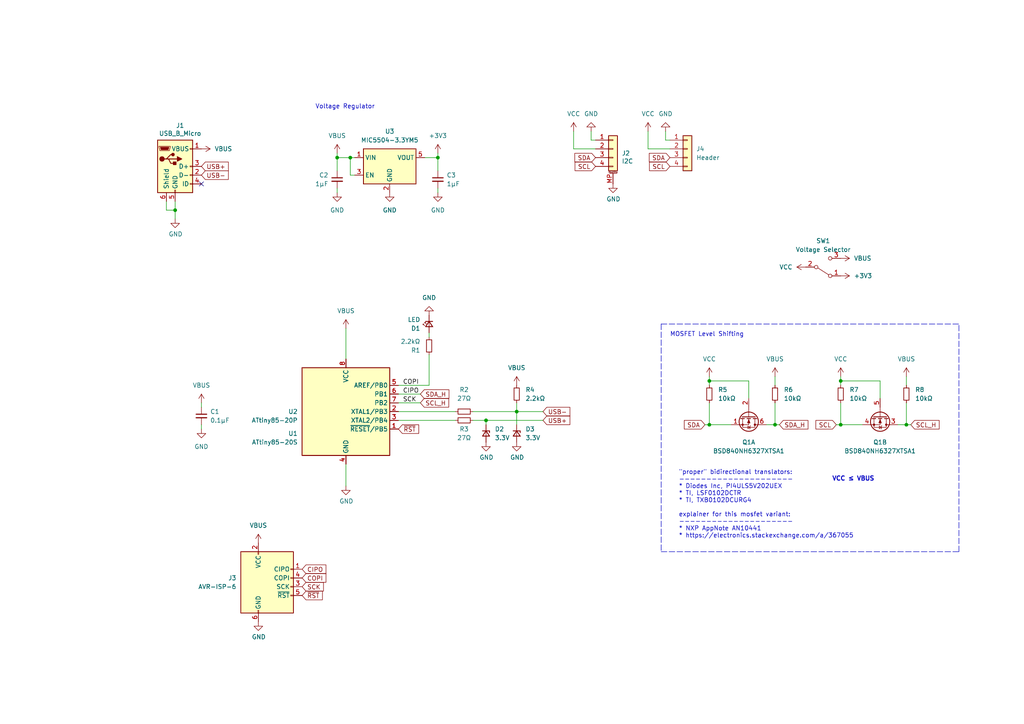
<source format=kicad_sch>
(kicad_sch (version 20211123) (generator eeschema)
  (paper "A4")
  (lib_symbols
    (symbol "Connector:AVR-ISP-6" (pin_names (offset 1.016))
      (property "Reference" "J?" (at -8.89 2.5401 0))
      (property "Value" "AVR-ISP-6" (at -8.89 0.0001 0))
      (symbol "AVR-ISP-6_0_1"
        (rectangle (start -2.667 -6.858) (end -2.413 -7.62))
        (rectangle (start -2.667 10.16) (end -2.413 9.398))
        (rectangle (start 7.62 -2.413) (end 6.858 -2.667))
        (rectangle (start 7.62 0.127) (end 6.858 -0.127))
        (rectangle (start 7.62 2.667) (end 6.858 2.413))
        (rectangle (start 7.62 5.207) (end 6.858 4.953))
        (rectangle (start 7.62 10.16) (end -7.62 -7.62) (stroke (width 0.254)) (fill (type background)))
      )
      (symbol "AVR-ISP-6_1_1"
        (pin passive line (at 10.16 5.08 180) (length 2.54) (name "CIPO") (number "1"))
        (pin passive line (at -2.54 12.7 270) (length 2.54) (name "VCC") (number "2"))
        (pin passive line (at 10.16 0 180) (length 2.54) (name "SCK") (number "3"))
        (pin passive line (at 10.16 2.54 180) (length 2.54) (name "COPI") (number "4"))
        (pin passive line (at 10.16 -2.54 180) (length 2.54) (name "~{RST}") (number "5"))
        (pin passive line (at -2.54 -10.16 90) (length 2.54) (name "GND") (number "6"))
      )
    )
    (symbol "Connector:USB_B_Micro" (pin_names (offset 1.016))
      (property "Reference" "J" (at -5.08 11.43 0))
      (property "Value" "USB_B_Micro" (at -5.08 8.89 0))
      (symbol "USB_B_Micro_0_1"
        (rectangle (start -5.08 -7.62) (end 5.08 7.62) (stroke (width 0.254)) (fill (type background)))
        (circle (center -3.81 2.159) (radius 0.635) (stroke (width 0.254)) (fill (type outline)))
        (circle (center -0.635 3.429) (radius 0.381) (stroke (width 0.254)) (fill (type outline)))
        (rectangle (start -0.127 -7.62) (end 0.127 -6.858))
        (polyline (pts (xy -1.905 2.159) (xy 0.635 2.159)) (stroke (width 0.254)))
        (polyline (pts (xy -3.175 2.159) (xy -2.54 2.159) (xy -1.27 3.429) (xy -0.635 3.429)) (stroke (width 0.254)))
        (polyline (pts (xy -2.54 2.159) (xy -1.905 2.159) (xy -1.27 0.889) (xy 0 0.889)) (stroke (width 0.254)))
        (polyline (pts (xy 0.635 2.794) (xy 0.635 1.524) (xy 1.905 2.159) (xy 0.635 2.794)) (stroke (width 0.254)) (fill (type outline)))
        (polyline (pts (xy -4.318 5.588) (xy -1.778 5.588) (xy -2.032 4.826) (xy -4.064 4.826) (xy -4.318 5.588)) (fill (type outline)))
        (polyline (pts (xy -4.699 5.842) (xy -4.699 5.588) (xy -4.445 4.826) (xy -4.445 4.572) (xy -1.651 4.572) (xy -1.651 4.826) (xy -1.397 5.588) (xy -1.397 5.842) (xy -4.699 5.842)))
        (rectangle (start 0.254 1.27) (end -0.508 0.508) (stroke (width 0.254)) (fill (type outline)))
        (rectangle (start 5.08 -5.207) (end 4.318 -4.953))
        (rectangle (start 5.08 -2.667) (end 4.318 -2.413))
        (rectangle (start 5.08 -0.127) (end 4.318 0.127))
        (rectangle (start 5.08 4.953) (end 4.318 5.207))
      )
      (symbol "USB_B_Micro_1_1"
        (pin power_out line (at 7.62 5.08 180) (length 2.54) (name "VBUS") (number "1"))
        (pin bidirectional line (at 7.62 -2.54 180) (length 2.54) (name "D-") (number "2"))
        (pin bidirectional line (at 7.62 0 180) (length 2.54) (name "D+") (number "3"))
        (pin passive line (at 7.62 -5.08 180) (length 2.54) (name "ID") (number "4"))
        (pin power_out line (at 0 -10.16 90) (length 2.54) (name "GND") (number "5"))
        (pin passive line (at -2.54 -10.16 90) (length 2.54) (name "Shield") (number "6"))
      )
    )
    (symbol "Connector_Generic:Conn_01x04" (pin_names (offset 1.016) hide)
      (property "Reference" "J" (at 0 5.08 0))
      (property "Value" "Conn_01x04" (at 0 -7.62 0))
      (symbol "Conn_01x04_1_1"
        (rectangle (start -1.27 -4.953) (end 0 -5.207) (stroke (width 0.1524)))
        (rectangle (start -1.27 -2.413) (end 0 -2.667) (stroke (width 0.1524)))
        (rectangle (start -1.27 0.127) (end 0 -0.127) (stroke (width 0.1524)))
        (rectangle (start -1.27 2.667) (end 0 2.413) (stroke (width 0.1524)))
        (rectangle (start -1.27 3.81) (end 1.27 -6.35) (stroke (width 0.254)) (fill (type background)))
        (pin passive line (at -5.08 2.54 0) (length 3.81) (name "Pin_1") (number "1"))
        (pin passive line (at -5.08 0 0) (length 3.81) (name "Pin_2") (number "2"))
        (pin passive line (at -5.08 -2.54 0) (length 3.81) (name "Pin_3") (number "3"))
        (pin passive line (at -5.08 -5.08 0) (length 3.81) (name "Pin_4") (number "4"))
      )
    )
    (symbol "Connector_Generic_MountingPin:Conn_01x04_MountingPin" (pin_names (offset 1.016) hide)
      (property "Reference" "J" (at 0 5.08 0))
      (property "Value" "Conn_01x04_MountingPin" (at 1.27 -7.62 0))
      (symbol "Conn_01x04_MountingPin_1_1"
        (rectangle (start -1.27 -4.953) (end 0 -5.207) (stroke (width 0.1524)))
        (rectangle (start -1.27 -2.413) (end 0 -2.667) (stroke (width 0.1524)))
        (rectangle (start -1.27 0.127) (end 0 -0.127) (stroke (width 0.1524)))
        (rectangle (start -1.27 2.667) (end 0 2.413) (stroke (width 0.1524)))
        (rectangle (start -1.27 3.81) (end 1.27 -6.35) (stroke (width 0.254)) (fill (type background)))
        (polyline (pts (xy -1.016 -7.112) (xy 1.016 -7.112)) (stroke (width 0.1524)))
        (text "Mounting" (at 0 -6.731 0) (effects (font (size 0.381 0.381))))
        (pin passive line (at -5.08 2.54 0) (length 3.81) (name "Pin_1") (number "1"))
        (pin passive line (at -5.08 0 0) (length 3.81) (name "Pin_2") (number "2"))
        (pin passive line (at -5.08 -2.54 0) (length 3.81) (name "Pin_3") (number "3"))
        (pin passive line (at -5.08 -5.08 0) (length 3.81) (name "Pin_4") (number "4"))
        (pin passive line (at 0 -10.16 90) (length 3.048) (name "MountPin") (number "MP"))
      )
    )
    (symbol "Device:C_Small" (pin_numbers hide) (pin_names (offset 0.254) hide)
      (property "Reference" "C" (at 0.254 1.778 0))
      (property "Value" "C_Small" (at 0.254 -2.032 0))
      (symbol "C_Small_0_1"
        (polyline (pts (xy -1.524 -0.508) (xy 1.524 -0.508)) (stroke (width 0.3302)))
        (polyline (pts (xy -1.524 0.508) (xy 1.524 0.508)) (stroke (width 0.3048)))
      )
      (symbol "C_Small_1_1"
        (pin passive line (at 0 2.54 270) (length 2.032) (name "~") (number "1"))
        (pin passive line (at 0 -2.54 90) (length 2.032) (name "~") (number "2"))
      )
    )
    (symbol "Device:D_Zener_Small" (pin_numbers hide) (pin_names (offset 0.254) hide)
      (property "Reference" "D" (at 0 2.286 0))
      (property "Value" "D_Zener_Small" (at 0 -2.286 0))
      (symbol "D_Zener_Small_0_1"
        (polyline (pts (xy 0.762 0) (xy -0.762 0)))
        (polyline (pts (xy -0.254 1.016) (xy -0.762 1.016) (xy -0.762 -1.016)) (stroke (width 0.254)))
        (polyline (pts (xy 0.762 1.016) (xy -0.762 0) (xy 0.762 -1.016) (xy 0.762 1.016)) (stroke (width 0.254)))
      )
      (symbol "D_Zener_Small_1_1"
        (pin passive line (at -2.54 0 0) (length 1.778) (name "K") (number "1"))
        (pin passive line (at 2.54 0 180) (length 1.778) (name "A") (number "2"))
      )
    )
    (symbol "Device:LED_Small" (pin_numbers hide) (pin_names (offset 0.254) hide)
      (property "Reference" "D" (at -1.27 3.175 0))
      (property "Value" "LED_Small" (at -4.445 -2.54 0))
      (symbol "LED_Small_0_1"
        (polyline (pts (xy -0.762 -1.016) (xy -0.762 1.016)) (stroke (width 0.254)))
        (polyline (pts (xy 1.016 0) (xy -0.762 0)))
        (polyline (pts (xy 0.762 -1.016) (xy -0.762 0) (xy 0.762 1.016) (xy 0.762 -1.016)) (stroke (width 0.254)))
        (polyline (pts (xy 0 0.762) (xy -0.508 1.27) (xy -0.254 1.27) (xy -0.508 1.27) (xy -0.508 1.016)))
        (polyline (pts (xy 0.508 1.27) (xy 0 1.778) (xy 0.254 1.778) (xy 0 1.778) (xy 0 1.524)))
      )
      (symbol "LED_Small_1_1"
        (pin passive line (at -2.54 0 0) (length 1.778) (name "K") (number "1"))
        (pin passive line (at 2.54 0 180) (length 1.778) (name "A") (number "2"))
      )
    )
    (symbol "Device:R_Small" (pin_numbers hide) (pin_names (offset 0.254) hide)
      (property "Reference" "R" (at 0.762 0.508 0))
      (property "Value" "R_Small" (at 0.762 -1.016 0))
      (symbol "R_Small_0_1"
        (rectangle (start -0.762 1.778) (end 0.762 -1.778) (stroke (width 0.2032)))
      )
      (symbol "R_Small_1_1"
        (pin passive line (at 0 2.54 270) (length 0.762) (name "~") (number "1"))
        (pin passive line (at 0 -2.54 90) (length 0.762) (name "~") (number "2"))
      )
    )
    (symbol "MCU_Microchip_ATtiny:ATtiny85-20P"
      (property "Reference" "U" (at -12.7 13.97 0))
      (property "Value" "ATtiny85-20P" (at 2.54 -13.97 0))
      (symbol "ATtiny85-20P_0_1"
        (rectangle (start -12.7 -12.7) (end 12.7 12.7) (stroke (width 0.254)) (fill (type background)))
      )
      (symbol "ATtiny85-20P_1_1"
        (pin bidirectional line (at 15.24 -5.08 180) (length 2.54) (name "~{RESET}/PB5") (number "1"))
        (pin bidirectional line (at 15.24 0 180) (length 2.54) (name "XTAL1/PB3") (number "2"))
        (pin bidirectional line (at 15.24 -2.54 180) (length 2.54) (name "XTAL2/PB4") (number "3"))
        (pin power_in line (at 0 -15.24 90) (length 2.54) (name "GND") (number "4"))
        (pin bidirectional line (at 15.24 7.62 180) (length 2.54) (name "AREF/PB0") (number "5"))
        (pin bidirectional line (at 15.24 5.08 180) (length 2.54) (name "PB1") (number "6"))
        (pin bidirectional line (at 15.24 2.54 180) (length 2.54) (name "PB2") (number "7"))
        (pin power_in line (at 0 15.24 270) (length 2.54) (name "VCC") (number "8"))
      )
    )
    (symbol "MCU_Microchip_ATtiny:ATtiny85-20S"
      (property "Reference" "U" (at -12.7 13.97 0))
      (property "Value" "ATtiny85-20S" (at 2.54 -13.97 0))
      (symbol "ATtiny85-20S_0_1"
        (rectangle (start -12.7 -12.7) (end 12.7 12.7) (stroke (width 0.254)) (fill (type background)))
      )
      (symbol "ATtiny85-20S_1_1"
        (pin bidirectional line (at 15.24 -5.08 180) (length 2.54) (name "~{RESET}/PB5") (number "1"))
        (pin bidirectional line (at 15.24 0 180) (length 2.54) (name "XTAL1/PB3") (number "2"))
        (pin bidirectional line (at 15.24 -2.54 180) (length 2.54) (name "XTAL2/PB4") (number "3"))
        (pin power_in line (at 0 -15.24 90) (length 2.54) (name "GND") (number "4"))
        (pin bidirectional line (at 15.24 7.62 180) (length 2.54) (name "AREF/PB0") (number "5"))
        (pin bidirectional line (at 15.24 5.08 180) (length 2.54) (name "PB1") (number "6"))
        (pin bidirectional line (at 15.24 2.54 180) (length 2.54) (name "PB2") (number "7"))
        (pin power_in line (at 0 15.24 270) (length 2.54) (name "VCC") (number "8"))
      )
    )
    (symbol "Regulator_Linear:MIC5504-3.3YM5"
      (property "Reference" "U" (at -7.62 8.89 0))
      (property "Value" "MIC5504-3.3YM5" (at -7.62 6.35 0))
      (symbol "MIC5504-3.3YM5_0_1"
        (rectangle (start -7.62 -5.08) (end 7.62 5.08) (stroke (width 0.254)) (fill (type background)))
      )
      (symbol "MIC5504-3.3YM5_1_1"
        (pin power_in line (at -10.16 2.54 0) (length 2.54) (name "VIN") (number "1"))
        (pin power_in line (at 0 -7.62 90) (length 2.54) (name "GND") (number "2"))
        (pin input line (at -10.16 -2.54 0) (length 2.54) (name "EN") (number "3"))
        (pin no_connect line (at 7.62 -2.54 180) (length 2.54) hide (name "NC") (number "4"))
        (pin power_out line (at 10.16 2.54 180) (length 2.54) (name "VOUT") (number "5"))
      )
    )
    (symbol "Switch:SW_SPDT" (pin_names (offset 0) hide)
      (property "Reference" "SW" (at 0 4.318 0))
      (property "Value" "SW_SPDT" (at 0 -5.08 0))
      (symbol "SW_SPDT_0_0"
        (circle (center -2.032 0) (radius 0.508))
        (circle (center 2.032 -2.54) (radius 0.508))
      )
      (symbol "SW_SPDT_0_1"
        (polyline (pts (xy -1.524 0.254) (xy 1.651 2.286)))
        (circle (center 2.032 2.54) (radius 0.508))
      )
      (symbol "SW_SPDT_1_1"
        (pin passive line (at 5.08 2.54 180) (length 2.54) (name "A") (number "1"))
        (pin passive line (at -5.08 0 0) (length 2.54) (name "B") (number "2"))
        (pin passive line (at 5.08 -2.54 180) (length 2.54) (name "C") (number "3"))
      )
    )
    (symbol "Transistor_FET:FDG1024NZ" (pin_names hide)
      (property "Reference" "Q" (at 5.08 1.905 0))
      (property "Value" "FDG1024NZ" (at 5.08 0 0))
      (symbol "FDG1024NZ_0_1"
        (polyline (pts (xy 0.254 0) (xy -2.54 0)))
        (polyline (pts (xy 0.254 1.905) (xy 0.254 -1.905)) (stroke (width 0.254)))
        (polyline (pts (xy 0.762 -1.27) (xy 0.762 -2.286)) (stroke (width 0.254)))
        (polyline (pts (xy 0.762 0.508) (xy 0.762 -0.508)) (stroke (width 0.254)))
        (polyline (pts (xy 0.762 2.286) (xy 0.762 1.27)) (stroke (width 0.254)))
        (polyline (pts (xy 2.54 2.54) (xy 2.54 1.778)))
        (polyline (pts (xy 2.54 -2.54) (xy 2.54 0) (xy 0.762 0)))
        (polyline (pts (xy 0.762 -1.778) (xy 3.302 -1.778) (xy 3.302 1.778) (xy 0.762 1.778)))
        (polyline (pts (xy 1.016 0) (xy 2.032 0.381) (xy 2.032 -0.381) (xy 1.016 0)) (fill (type outline)))
        (polyline (pts (xy 2.794 0.508) (xy 2.921 0.381) (xy 3.683 0.381) (xy 3.81 0.254)))
        (polyline (pts (xy 3.302 0.381) (xy 2.921 -0.254) (xy 3.683 -0.254) (xy 3.302 0.381)))
        (circle (center 1.651 0) (radius 2.794) (stroke (width 0.254)))
        (circle (center 2.54 -1.778) (radius 0.254) (fill (type outline)))
        (circle (center 2.54 1.778) (radius 0.254) (fill (type outline)))
      )
      (symbol "FDG1024NZ_1_1"
        (pin passive line (at 2.54 -5.08 90) (length 2.54) (name "S") (number "1"))
        (pin passive line (at -5.08 0 0) (length 2.54) (name "G") (number "2"))
        (pin passive line (at 2.54 5.08 270) (length 2.54) (name "D") (number "6"))
      )
      (symbol "FDG1024NZ_2_1"
        (pin passive line (at 2.54 5.08 270) (length 2.54) (name "D") (number "3"))
        (pin passive line (at 2.54 -5.08 90) (length 2.54) (name "S") (number "4"))
        (pin passive line (at -5.08 0 0) (length 2.54) (name "G") (number "5"))
      )
    )
    (symbol "power:+3.3V" (power) (pin_names (offset 0))
      (property "Value" "+3.3V" (at 0 3.556 0))
      (symbol "+3.3V_0_1"
        (polyline (pts (xy -0.762 1.27) (xy 0 2.54)))
        (polyline (pts (xy 0 0) (xy 0 2.54)))
        (polyline (pts (xy 0 2.54) (xy 0.762 1.27)))
      )
      (symbol "+3.3V_1_1"
        (pin power_in line (at 0 0 90) (length 0) hide (name "+3V3") (number "1"))
      )
    )
    (symbol "power:GND" (power) (pin_names (offset 0))
      (property "Value" "GND" (at 0 -3.81 0))
      (symbol "GND_0_1"
        (polyline (pts (xy 0 0) (xy 0 -1.27) (xy 1.27 -1.27) (xy 0 -2.54) (xy -1.27 -1.27) (xy 0 -1.27)))
      )
      (symbol "GND_1_1"
        (pin power_in line (at 0 0 270) (length 0) hide (name "GND") (number "1"))
      )
    )
    (symbol "power:VBUS" (power) (pin_names (offset 0))
      (property "Value" "VBUS" (at 0 3.81 0))
      (symbol "VBUS_0_1"
        (polyline (pts (xy -0.762 1.27) (xy 0 2.54)))
        (polyline (pts (xy 0 0) (xy 0 2.54)))
        (polyline (pts (xy 0 2.54) (xy 0.762 1.27)))
      )
      (symbol "VBUS_1_1"
        (pin power_in line (at 0 0 90) (length 0) hide (name "VBUS") (number "1"))
      )
    )
    (symbol "power:VCC" (power) (pin_names (offset 0))
      (property "Value" "VCC" (at 0 3.81 0))
      (symbol "VCC_0_1"
        (polyline (pts (xy -0.762 1.27) (xy 0 2.54)))
        (polyline (pts (xy 0 0) (xy 0 2.54)))
        (polyline (pts (xy 0 2.54) (xy 0.762 1.27)))
      )
      (symbol "VCC_1_1"
        (pin power_in line (at 0 0 90) (length 0) hide (name "VCC") (number "1"))
      )
    )
  )
  (junction (at 262.89 123.19))
  (junction (at 50.8 60.96))
  (junction (at 127 45.72))
  (junction (at 243.84 123.19))
  (junction (at 205.74 110.49))
  (junction (at 149.86 119.38))
  (junction (at 101.6 45.72))
  (junction (at 205.74 123.19))
  (junction (at 140.97 121.92))
  (junction (at 224.79 123.19))
  (junction (at 97.79 45.72))
  (junction (at 243.84 110.49))
  (no_connect (at 58.42 53.34))
  (wire (pts (xy 149.86 116.84) (xy 149.86 119.38)))
  (wire (pts (xy 137.16 119.38) (xy 149.86 119.38)))
  (wire (pts (xy 127 54.61) (xy 127 55.88)))
  (wire (pts (xy 171.45 38.1) (xy 171.45 40.64)))
  (polyline (pts (xy 278.13 160.02) (xy 278.13 93.98)))
  (wire (pts (xy 50.8 58.42) (xy 50.8 60.96)))
  (wire (pts (xy 172.72 43.18) (xy 166.37 43.18)))
  (wire (pts (xy 262.89 109.22) (xy 262.89 111.76)))
  (wire (pts (xy 205.74 116.84) (xy 205.74 123.19)))
  (wire (pts (xy 115.57 111.76) (xy 124.46 111.76)))
  (wire (pts (xy 97.79 44.45) (xy 97.79 45.72)))
  (wire (pts (xy 101.6 45.72) (xy 102.87 45.72)))
  (wire (pts (xy 171.45 40.64) (xy 172.72 40.64)))
  (wire (pts (xy 124.46 102.87) (xy 124.46 111.76)))
  (wire (pts (xy 115.57 121.92) (xy 132.08 121.92)))
  (wire (pts (xy 149.86 119.38) (xy 149.86 123.19)))
  (wire (pts (xy 115.57 116.84) (xy 121.92 116.84)))
  (wire (pts (xy 224.79 123.19) (xy 226.06 123.19)))
  (wire (pts (xy 115.57 119.38) (xy 132.08 119.38)))
  (wire (pts (xy 262.89 116.84) (xy 262.89 123.19)))
  (wire (pts (xy 224.79 116.84) (xy 224.79 123.19)))
  (wire (pts (xy 97.79 54.61) (xy 97.79 55.88)))
  (wire (pts (xy 124.46 97.79) (xy 124.46 96.52)))
  (wire (pts (xy 260.35 123.19) (xy 262.89 123.19)))
  (wire (pts (xy 48.26 58.42) (xy 48.26 60.96)))
  (wire (pts (xy 140.97 121.92) (xy 140.97 123.19)))
  (wire (pts (xy 217.17 115.57) (xy 217.17 110.49)))
  (wire (pts (xy 243.84 123.19) (xy 250.19 123.19)))
  (wire (pts (xy 205.74 123.19) (xy 212.09 123.19)))
  (polyline (pts (xy 191.77 93.98) (xy 278.13 93.98)))
  (wire (pts (xy 102.87 50.8) (xy 101.6 50.8)))
  (wire (pts (xy 137.16 121.92) (xy 140.97 121.92)))
  (wire (pts (xy 255.27 110.49) (xy 243.84 110.49)))
  (wire (pts (xy 243.84 116.84) (xy 243.84 123.19)))
  (wire (pts (xy 101.6 45.72) (xy 101.6 50.8)))
  (wire (pts (xy 222.25 123.19) (xy 224.79 123.19)))
  (wire (pts (xy 100.33 95.25) (xy 100.33 104.14)))
  (polyline (pts (xy 191.77 160.02) (xy 278.13 160.02)))
  (wire (pts (xy 127 44.45) (xy 127 45.72)))
  (wire (pts (xy 242.57 123.19) (xy 243.84 123.19)))
  (wire (pts (xy 194.31 43.18) (xy 187.96 43.18)))
  (polyline (pts (xy 191.77 93.98) (xy 191.77 160.02)))
  (wire (pts (xy 193.04 38.1) (xy 193.04 40.64)))
  (wire (pts (xy 48.26 60.96) (xy 50.8 60.96)))
  (wire (pts (xy 50.8 60.96) (xy 50.8 63.5)))
  (wire (pts (xy 262.89 123.19) (xy 264.16 123.19)))
  (wire (pts (xy 193.04 40.64) (xy 194.31 40.64)))
  (wire (pts (xy 205.74 110.49) (xy 205.74 111.76)))
  (wire (pts (xy 243.84 110.49) (xy 243.84 111.76)))
  (wire (pts (xy 140.97 121.92) (xy 157.48 121.92)))
  (wire (pts (xy 100.33 134.62) (xy 100.33 140.97)))
  (wire (pts (xy 255.27 115.57) (xy 255.27 110.49)))
  (wire (pts (xy 224.79 109.22) (xy 224.79 111.76)))
  (wire (pts (xy 123.19 45.72) (xy 127 45.72)))
  (wire (pts (xy 97.79 45.72) (xy 101.6 45.72)))
  (wire (pts (xy 205.74 109.22) (xy 205.74 110.49)))
  (wire (pts (xy 243.84 109.22) (xy 243.84 110.49)))
  (wire (pts (xy 58.42 123.19) (xy 58.42 124.46)))
  (wire (pts (xy 217.17 110.49) (xy 205.74 110.49)))
  (wire (pts (xy 58.42 116.84) (xy 58.42 118.11)))
  (wire (pts (xy 166.37 43.18) (xy 166.37 38.1)))
  (wire (pts (xy 127 45.72) (xy 127 49.53)))
  (wire (pts (xy 149.86 119.38) (xy 157.48 119.38)))
  (wire (pts (xy 204.47 123.19) (xy 205.74 123.19)))
  (wire (pts (xy 187.96 43.18) (xy 187.96 38.1)))
  (wire (pts (xy 97.79 45.72) (xy 97.79 49.53)))
  (wire (pts (xy 115.57 114.3) (xy 121.92 114.3)))
  (text "Voltage Regulator" (at 91.44 31.75 0) (effects (font (size 1.27 1.27)) (justify left bottom)))
  (text "MOSFET Level Shifting" (at 194.31 97.79 0) (effects (font (size 1.27 1.27)) (justify left bottom)))
  (text "VCC ≤ VBUS" (at 241.3 139.7 0) (effects (font (size 1.27 1.27) (thickness 0.254) bold) (justify left bottom)))
  (text "\"proper\" bidirectional translators:\n---------------------\n* Diodes Inc, PI4ULS5V202UEX\n* TI, LSF0102DCTR\n* TI, TXB0102DCURG4\n\nexplainer for this mosfet variant:\n---------------------\n* NXP AppNote AN10441\n* https://electronics.stackexchange.com/a/367055" (at 196.85 156.21 0) (effects (font (size 1.27 1.27)) (justify left bottom)))
  (label "COPI" (at 116.84 111.76 0))
  (label "CIPO" (at 116.84 114.3 0))
  (label "SCK" (at 116.84 116.84 0))
  (global_label "SDA_H" (shape input) (at 121.92 114.3 0) (property "Intersheet References" "${INTERSHEET_REFS}" (effects hide)))
  (global_label "SDA_H" (shape input) (at 226.06 123.19 0) (property "Intersheet References" "${INTERSHEET_REFS}" (effects hide)))
  (global_label "USB+" (shape input) (at 58.42 48.26 0) (property "Intersheet References" "${INTERSHEET_REFS}" (effects hide)))
  (global_label "~{RST}" (shape input) (at 87.63 172.72 0) (property "Intersheet References" "${INTERSHEET_REFS}" (effects hide)))
  (global_label "SCL" (shape input) (at 172.72 48.26 180) (property "Intersheet References" "${INTERSHEET_REFS}" (effects hide)))
  (global_label "~{RST}" (shape input) (at 115.57 124.46 0) (property "Intersheet References" "${INTERSHEET_REFS}" (effects hide)))
  (global_label "SCK" (shape input) (at 87.63 170.18 0) (property "Intersheet References" "${INTERSHEET_REFS}" (effects hide)))
  (global_label "SCL_H" (shape input) (at 121.92 116.84 0) (property "Intersheet References" "${INTERSHEET_REFS}" (effects hide)))
  (global_label "CIPO" (shape input) (at 87.63 165.1 0) (property "Intersheet References" "${INTERSHEET_REFS}" (effects hide)))
  (global_label "SCL_H" (shape input) (at 264.16 123.19 0) (property "Intersheet References" "${INTERSHEET_REFS}" (effects hide)))
  (global_label "USB-" (shape input) (at 58.42 50.8 0) (property "Intersheet References" "${INTERSHEET_REFS}" (effects hide)))
  (global_label "USB-" (shape input) (at 157.48 119.38 0) (property "Intersheet References" "${INTERSHEET_REFS}" (effects hide)))
  (global_label "SCL" (shape input) (at 194.31 48.26 180) (property "Intersheet References" "${INTERSHEET_REFS}" (effects hide)))
  (global_label "COPI" (shape input) (at 87.63 167.64 0) (property "Intersheet References" "${INTERSHEET_REFS}" (effects hide)))
  (global_label "SDA" (shape input) (at 194.31 45.72 180) (property "Intersheet References" "${INTERSHEET_REFS}" (effects hide)))
  (global_label "SDA" (shape input) (at 172.72 45.72 180) (property "Intersheet References" "${INTERSHEET_REFS}" (effects hide)))
  (global_label "USB+" (shape input) (at 157.48 121.92 0) (property "Intersheet References" "${INTERSHEET_REFS}" (effects hide)))
  (global_label "SCL" (shape input) (at 242.57 123.19 180) (property "Intersheet References" "${INTERSHEET_REFS}" (effects hide)))
  (global_label "SDA" (shape input) (at 204.47 123.19 180) (property "Intersheet References" "${INTERSHEET_REFS}" (effects hide)))
  (symbol (lib_id "power:VBUS") (at 224.79 109.22 0) (unit 1)
    (property "Reference" "#PWR0110" (effects hide))
    (property "Value" "VBUS" (at 224.79 104.14 0))
  )
  (symbol (lib_id "power:+3.3V") (at 243.84 80.01 270) (unit 1)
    (property "Reference" "#PWR0114" (effects hide))
    (property "Value" "+3.3V" (at 247.65 80.0099 90) (effects (justify left)))
  )
  (symbol (lib_id "power:GND") (at 193.04 38.1 180) (unit 1)
    (property "Reference" "#PWR?" (effects hide))
    (property "Value" "GND" (at 193.04 33.02 0))
  )
  (symbol (lib_id "power:VBUS") (at 149.86 111.76 0) (unit 1)
    (property "Reference" "#PWR0117" (effects hide))
    (property "Value" "VBUS" (at 149.86 106.68 0))
  )
  (symbol (lib_id "Connector_Generic:Conn_01x04") (at 199.39 43.18 0) (unit 1)
    (property "Reference" "J4" (at 201.93 43.1799 0) (effects (justify left)))
    (property "Value" "Header" (at 201.93 45.7199 0) (effects (justify left)))
    (property "Footprint" "Connector_PinHeader_2.54mm:PinHeader_1x04_P2.54mm_Vertical" (effects hide))
  )
  (symbol (lib_id "Device:R_Small") (at 262.89 114.3 0) (mirror y) (unit 1)
    (property "Reference" "R8" (at 265.43 113.0299 0) (effects (justify right)))
    (property "Value" "10kΩ" (at 265.43 115.5699 0) (effects (justify right)))
    (property "Footprint" "Resistor_SMD:R_0805_2012Metric" (effects hide))
  )
  (symbol (lib_id "power:VBUS") (at 262.89 109.22 0) (unit 1)
    (property "Reference" "#PWR0115" (effects hide))
    (property "Value" "VBUS" (at 262.89 104.14 0))
  )
  (symbol (lib_id "power:VCC") (at 166.37 38.1 0) (unit 1)
    (property "Reference" "#PWR0119" (effects hide))
    (property "Value" "VCC" (at 166.37 33.02 0))
  )
  (symbol (lib_id "Device:C_Small") (at 127 52.07 0) (unit 1)
    (property "Reference" "C3" (at 129.54 50.8062 0) (effects (justify left)))
    (property "Value" "1µF" (at 129.54 53.3462 0) (effects (justify left)))
    (property "Footprint" "Capacitor_SMD:C_0805_2012Metric" (effects hide))
  )
  (symbol (lib_id "power:GND") (at 177.8 53.34 0) (unit 1)
    (property "Reference" "#PWR0118" (effects hide))
    (property "Value" "GND" (at 177.927 57.7342 0))
  )
  (symbol (lib_id "Device:R_Small") (at 205.74 114.3 0) (mirror y) (unit 1)
    (property "Reference" "R5" (at 208.28 113.0299 0) (effects (justify right)))
    (property "Value" "10kΩ" (at 208.28 115.5699 0) (effects (justify right)))
    (property "Footprint" "Resistor_SMD:R_0805_2012Metric" (effects hide))
  )
  (symbol (lib_id "power:GND") (at 100.33 140.97 0) (unit 1)
    (property "Reference" "#PWR0105" (effects hide))
    (property "Value" "GND" (at 100.457 145.3642 0))
  )
  (symbol (lib_id "power:GND") (at 50.8 63.5 0) (unit 1)
    (property "Reference" "#PWR0106" (effects hide))
    (property "Value" "GND" (at 50.927 67.8942 0))
  )
  (symbol (lib_id "Transistor_FET:FDG1024NZ") (at 255.27 120.65 270) (unit 2)
    (property "Reference" "Q1" (at 255.27 128.27 90))
    (property "Value" "BSD840NH6327XTSA1" (at 255.27 130.81 90))
    (property "Footprint" "Package_TO_SOT_SMD:SOT-363_SC-70-6" (effects hide))
    (property "Datasheet" "https://www.infineon.com/dgdl/BSD840N_Rev2.3_.pdf?folderId=db3a3043156fd573011622e10b5c1f67&fileId=db3a30431b0626df011b12b4486c7c02" (effects hide))
  )
  (symbol (lib_id "Transistor_FET:FDG1024NZ") (at 217.17 120.65 270) (unit 1)
    (property "Reference" "Q1" (at 217.17 128.27 90))
    (property "Value" "BSD840NH6327XTSA1" (at 217.17 130.81 90))
    (property "Footprint" "Package_TO_SOT_SMD:SOT-363_SC-70-6" (effects hide))
    (property "Datasheet" "https://www.infineon.com/dgdl/BSD840N_Rev2.3_.pdf?folderId=db3a3043156fd573011622e10b5c1f67&fileId=db3a30431b0626df011b12b4486c7c02" (effects hide))
  )
  (symbol (lib_id "power:GND") (at 127 55.88 0) (unit 1)
    (property "Reference" "#PWR0121" (effects hide))
    (property "Value" "GND" (at 127 60.96 0))
  )
  (symbol (lib_id "power:VBUS") (at 74.93 157.48 0) (unit 1)
    (property "Reference" "#PWR0126" (effects hide))
    (property "Value" "VBUS" (at 74.93 152.4 0))
  )
  (symbol (lib_id "power:VBUS") (at 243.84 74.93 270) (unit 1)
    (property "Reference" "#PWR0113" (effects hide))
    (property "Value" "VBUS" (at 247.65 74.9299 90) (effects (justify left)))
  )
  (symbol (lib_id "power:VBUS") (at 97.79 44.45 0) (unit 1)
    (property "Reference" "#PWR0123" (effects hide))
    (property "Value" "VBUS" (at 97.79 39.37 0))
  )
  (symbol (lib_id "power:VBUS") (at 58.42 43.18 270) (unit 1)
    (property "Reference" "#PWR0107" (effects hide))
    (property "Value" "VBUS" (at 62.23 43.1799 90) (effects (justify left)))
  )
  (symbol (lib_id "power:GND") (at 140.97 128.27 0) (unit 1)
    (property "Reference" "#PWR0101" (effects hide))
    (property "Value" "GND" (at 141.097 132.6642 0))
  )
  (symbol (lib_id "Regulator_Linear:MIC5504-3.3YM5") (at 113.03 48.26 0) (unit 1)
    (property "Reference" "U3" (at 113.03 38.1 0))
    (property "Value" "MIC5504-3.3YM5" (at 113.03 40.64 0))
    (property "Footprint" "Package_TO_SOT_SMD:SOT-23-5" (effects hide))
    (property "Datasheet" "http://ww1.microchip.com/downloads/en/DeviceDoc/MIC550X.pdf" (effects hide))
  )
  (symbol (lib_id "power:VCC") (at 233.68 77.47 90) (unit 1)
    (property "Reference" "#PWR0112" (effects hide))
    (property "Value" "VCC" (at 229.87 77.47 90) (effects (justify left)))
  )
  (symbol (lib_id "MCU_Microchip_ATtiny:ATtiny85-20S") (at 100.33 119.38 0) (unit 1)
    (property "Reference" "U1" (at 86.36 125.73 0) (effects (justify right)))
    (property "Value" "ATtiny85-20S" (at 86.36 128.27 0) (effects (justify right)))
    (property "Footprint" "Package_SO:SOIC-8W_5.3x5.3mm_P1.27mm" (effects hide))
    (property "Datasheet" "http://ww1.microchip.com/downloads/en/DeviceDoc/atmel-2586-avr-8-bit-microcontroller-attiny25-attiny45-attiny85_datasheet.pdf" (effects hide))
  )
  (symbol (lib_id "Device:R_Small") (at 243.84 114.3 0) (mirror y) (unit 1)
    (property "Reference" "R7" (at 246.38 113.0299 0) (effects (justify right)))
    (property "Value" "10kΩ" (at 246.38 115.5699 0) (effects (justify right)))
    (property "Footprint" "Resistor_SMD:R_0805_2012Metric" (effects hide))
  )
  (symbol (lib_id "power:VCC") (at 205.74 109.22 0) (unit 1)
    (property "Reference" "#PWR0111" (effects hide))
    (property "Value" "VCC" (at 205.74 104.14 0))
  )
  (symbol (lib_id "power:VCC") (at 187.96 38.1 0) (unit 1)
    (property "Reference" "#PWR?" (effects hide))
    (property "Value" "VCC" (at 187.96 33.02 0))
  )
  (symbol (lib_id "Device:R_Small") (at 149.86 114.3 0) (unit 1)
    (property "Reference" "R4" (at 152.4 113.0299 0) (effects (justify left)))
    (property "Value" "2.2kΩ" (at 152.4 115.5699 0) (effects (justify left)))
    (property "Footprint" "Resistor_SMD:R_0805_2012Metric" (effects hide))
  )
  (symbol (lib_id "Connector:AVR-ISP-6") (at 77.47 170.18 0) (unit 1)
    (property "Reference" "J3" (at 68.58 167.6399 0) (effects (justify right)))
    (property "Value" "AVR-ISP-6" (at 68.58 170.1799 0) (effects (justify right)))
    (property "Footprint" "Connector_PinHeader_2.54mm:PinHeader_2x03_P2.54mm_Vertical" (effects hide))
    (property "Datasheet" " ~" (effects hide))
  )
  (symbol (lib_id "power:VBUS") (at 58.42 116.84 0) (unit 1)
    (property "Reference" "#PWR0109" (effects hide))
    (property "Value" "VBUS" (at 58.42 111.76 0))
  )
  (symbol (lib_id "Device:LED_Small") (at 124.46 93.98 90) (mirror x) (unit 1)
    (property "Reference" "D1" (at 121.92 95.25 90) (effects (justify left)))
    (property "Value" "LED" (at 121.92 92.71 90) (effects (justify left)))
    (property "Footprint" "LED_SMD:LED_0805_2012Metric" (effects hide))
  )
  (symbol (lib_id "Connector_Generic_MountingPin:Conn_01x04_MountingPin") (at 177.8 43.18 0) (unit 1)
    (property "Reference" "J2" (at 180.34 44.45 0) (effects (justify left)))
    (property "Value" "I2C" (at 180.34 46.7614 0) (effects (justify left)))
    (property "Footprint" "Connector_JST:JST_SH_SM04B-SRSS-TB_1x04-1MP_P1.00mm_Horizontal" (effects hide))
  )
  (symbol (lib_id "Connector:USB_B_Micro") (at 50.8 48.26 0) (unit 1)
    (property "Reference" "J1" (at 52.2478 36.3982 0))
    (property "Value" "USB_B_Micro" (at 52.2478 38.7096 0))
    (property "Footprint" "Connector_USB:USB_Micro-B_Amphenol_10118194_Horizontal" (effects hide))
  )
  (symbol (lib_id "MCU_Microchip_ATtiny:ATtiny85-20P") (at 100.33 119.38 0) (unit 1)
    (property "Reference" "U2" (at 86.36 119.3801 0) (effects (justify right)))
    (property "Value" "ATtiny85-20P" (at 86.36 121.9201 0) (effects (justify right)))
    (property "Footprint" "Package_DIP:DIP-8_W7.62mm" (effects hide))
    (property "Datasheet" "http://ww1.microchip.com/downloads/en/DeviceDoc/atmel-2586-avr-8-bit-microcontroller-attiny25-attiny45-attiny85_datasheet.pdf" (effects hide))
  )
  (symbol (lib_id "power:GND") (at 171.45 38.1 180) (unit 1)
    (property "Reference" "#PWR0120" (effects hide))
    (property "Value" "GND" (at 171.45 33.02 0))
  )
  (symbol (lib_id "power:GND") (at 97.79 55.88 0) (unit 1)
    (property "Reference" "#PWR0125" (effects hide))
    (property "Value" "GND" (at 97.79 60.96 0))
  )
  (symbol (lib_id "Device:R_Small") (at 134.62 121.92 270) (unit 1)
    (property "Reference" "R3" (at 134.62 124.46 90))
    (property "Value" "27Ω" (at 134.62 127 90))
    (property "Footprint" "Resistor_SMD:R_0805_2012Metric" (effects hide))
  )
  (symbol (lib_id "power:+3.3V") (at 127 44.45 0) (unit 1)
    (property "Reference" "#PWR0122" (effects hide))
    (property "Value" "+3.3V" (at 127 39.37 0))
  )
  (symbol (lib_id "Device:R_Small") (at 124.46 100.33 0) (mirror y) (unit 1)
    (property "Reference" "R1" (at 121.92 101.6 0) (effects (justify left)))
    (property "Value" "2.2kΩ" (at 121.92 99.06 0) (effects (justify left)))
    (property "Footprint" "Resistor_SMD:R_0805_2012Metric" (effects hide))
  )
  (symbol (lib_id "Device:C_Small") (at 97.79 52.07 0) (unit 1)
    (property "Reference" "C2" (at 95.25 50.8 0) (effects (justify right)))
    (property "Value" "1µF" (at 95.25 53.34 0) (effects (justify right)))
    (property "Footprint" "Capacitor_SMD:C_0805_2012Metric" (effects hide))
  )
  (symbol (lib_id "power:GND") (at 149.86 128.27 0) (unit 1)
    (property "Reference" "#PWR0102" (effects hide))
    (property "Value" "GND" (at 149.987 132.6642 0))
  )
  (symbol (lib_id "Device:D_Zener_Small") (at 149.86 125.73 270) (unit 1)
    (property "Reference" "D3" (at 152.4 124.4599 90) (effects (justify left)))
    (property "Value" "3.3V" (at 152.4 126.9999 90) (effects (justify left)))
    (property "Footprint" "Diode_SMD:D_SOD-123" (effects hide))
  )
  (symbol (lib_id "power:GND") (at 58.42 124.46 0) (unit 1)
    (property "Reference" "#PWR0108" (effects hide))
    (property "Value" "GND" (at 58.42 129.54 0))
  )
  (symbol (lib_id "power:VCC") (at 243.84 109.22 0) (unit 1)
    (property "Reference" "#PWR0116" (effects hide))
    (property "Value" "VCC" (at 243.84 104.14 0))
  )
  (symbol (lib_id "power:VBUS") (at 100.33 95.25 0) (unit 1)
    (property "Reference" "#PWR0103" (effects hide))
    (property "Value" "VBUS" (at 100.33 90.17 0))
  )
  (symbol (lib_id "power:GND") (at 124.46 91.44 0) (mirror x) (unit 1)
    (property "Reference" "#PWR0104" (effects hide))
    (property "Value" "GND" (at 124.46 86.36 0))
  )
  (symbol (lib_id "Device:R_Small") (at 134.62 119.38 90) (unit 1)
    (property "Reference" "R2" (at 134.62 113.03 90))
    (property "Value" "27Ω" (at 134.62 115.57 90))
    (property "Footprint" "Resistor_SMD:R_0805_2012Metric" (effects hide))
  )
  (symbol (lib_id "Switch:SW_SPDT") (at 238.76 77.47 0) (mirror x) (unit 1)
    (property "Reference" "SW1" (at 238.76 69.85 0))
    (property "Value" "Voltage Selector" (at 238.76 72.39 0))
    (property "Footprint" "Button_Switch_SMD:SW_SPDT_PCM12" (effects hide))
    (property "Datasheet" "https://www.we-online.com/katalog/datasheet/450404015514.pdf" (effects hide))
  )
  (symbol (lib_id "power:GND") (at 113.03 55.88 0) (unit 1)
    (property "Reference" "#PWR0124" (effects hide))
    (property "Value" "GND" (at 113.03 60.96 0))
  )
  (symbol (lib_id "power:GND") (at 74.93 180.34 0) (unit 1)
    (property "Reference" "#PWR0127" (effects hide))
    (property "Value" "GND" (at 75.057 184.7342 0))
  )
  (symbol (lib_id "Device:D_Zener_Small") (at 140.97 125.73 270) (unit 1)
    (property "Reference" "D2" (at 143.51 124.4599 90) (effects (justify left)))
    (property "Value" "3.3V" (at 143.51 126.9999 90) (effects (justify left)))
    (property "Footprint" "Diode_SMD:D_SOD-123" (effects hide))
  )
  (symbol (lib_id "Device:C_Small") (at 58.42 120.65 0) (unit 1)
    (property "Reference" "C1" (at 60.96 119.3862 0) (effects (justify left)))
    (property "Value" "0.1µF" (at 60.96 121.9262 0) (effects (justify left)))
    (property "Footprint" "Capacitor_SMD:C_0805_2012Metric" (effects hide))
  )
  (symbol (lib_id "Device:R_Small") (at 224.79 114.3 0) (mirror y) (unit 1)
    (property "Reference" "R6" (at 227.33 113.0299 0) (effects (justify right)))
    (property "Value" "10kΩ" (at 227.33 115.5699 0) (effects (justify right)))
    (property "Footprint" "Resistor_SMD:R_0805_2012Metric" (effects hide))
  )
)
</source>
